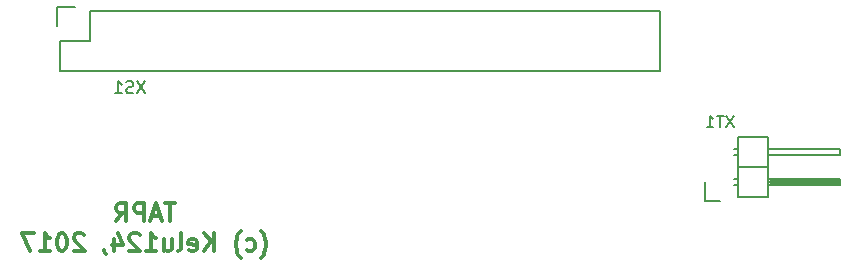
<source format=gbr>
G04 #@! TF.FileFunction,Legend,Bot*
%FSLAX46Y46*%
G04 Gerber Fmt 4.6, Leading zero omitted, Abs format (unit mm)*
G04 Created by KiCad (PCBNEW 4.0.6-e0-6349~53~ubuntu16.04.1) date Sat Mar 25 19:46:27 2017*
%MOMM*%
%LPD*%
G01*
G04 APERTURE LIST*
%ADD10C,0.100000*%
%ADD11C,0.300000*%
%ADD12C,0.150000*%
G04 APERTURE END LIST*
D10*
D11*
X116871428Y-117283571D02*
X116014285Y-117283571D01*
X116442856Y-118783571D02*
X116442856Y-117283571D01*
X115585714Y-118355000D02*
X114871428Y-118355000D01*
X115728571Y-118783571D02*
X115228571Y-117283571D01*
X114728571Y-118783571D01*
X114228571Y-118783571D02*
X114228571Y-117283571D01*
X113657143Y-117283571D01*
X113514285Y-117355000D01*
X113442857Y-117426429D01*
X113371428Y-117569286D01*
X113371428Y-117783571D01*
X113442857Y-117926429D01*
X113514285Y-117997857D01*
X113657143Y-118069286D01*
X114228571Y-118069286D01*
X111871428Y-118783571D02*
X112371428Y-118069286D01*
X112728571Y-118783571D02*
X112728571Y-117283571D01*
X112157143Y-117283571D01*
X112014285Y-117355000D01*
X111942857Y-117426429D01*
X111871428Y-117569286D01*
X111871428Y-117783571D01*
X111942857Y-117926429D01*
X112014285Y-117997857D01*
X112157143Y-118069286D01*
X112728571Y-118069286D01*
X124121427Y-121905000D02*
X124192855Y-121833571D01*
X124335712Y-121619286D01*
X124407141Y-121476429D01*
X124478570Y-121262143D01*
X124549998Y-120905000D01*
X124549998Y-120619286D01*
X124478570Y-120262143D01*
X124407141Y-120047857D01*
X124335712Y-119905000D01*
X124192855Y-119690714D01*
X124121427Y-119619286D01*
X122907141Y-121262143D02*
X123049998Y-121333571D01*
X123335712Y-121333571D01*
X123478570Y-121262143D01*
X123549998Y-121190714D01*
X123621427Y-121047857D01*
X123621427Y-120619286D01*
X123549998Y-120476429D01*
X123478570Y-120405000D01*
X123335712Y-120333571D01*
X123049998Y-120333571D01*
X122907141Y-120405000D01*
X122407141Y-121905000D02*
X122335713Y-121833571D01*
X122192856Y-121619286D01*
X122121427Y-121476429D01*
X122049998Y-121262143D01*
X121978570Y-120905000D01*
X121978570Y-120619286D01*
X122049998Y-120262143D01*
X122121427Y-120047857D01*
X122192856Y-119905000D01*
X122335713Y-119690714D01*
X122407141Y-119619286D01*
X120121427Y-121333571D02*
X120121427Y-119833571D01*
X119264284Y-121333571D02*
X119907141Y-120476429D01*
X119264284Y-119833571D02*
X120121427Y-120690714D01*
X118049999Y-121262143D02*
X118192856Y-121333571D01*
X118478570Y-121333571D01*
X118621427Y-121262143D01*
X118692856Y-121119286D01*
X118692856Y-120547857D01*
X118621427Y-120405000D01*
X118478570Y-120333571D01*
X118192856Y-120333571D01*
X118049999Y-120405000D01*
X117978570Y-120547857D01*
X117978570Y-120690714D01*
X118692856Y-120833571D01*
X117121427Y-121333571D02*
X117264285Y-121262143D01*
X117335713Y-121119286D01*
X117335713Y-119833571D01*
X115907142Y-120333571D02*
X115907142Y-121333571D01*
X116549999Y-120333571D02*
X116549999Y-121119286D01*
X116478571Y-121262143D01*
X116335713Y-121333571D01*
X116121428Y-121333571D01*
X115978571Y-121262143D01*
X115907142Y-121190714D01*
X114407142Y-121333571D02*
X115264285Y-121333571D01*
X114835713Y-121333571D02*
X114835713Y-119833571D01*
X114978570Y-120047857D01*
X115121428Y-120190714D01*
X115264285Y-120262143D01*
X113835714Y-119976429D02*
X113764285Y-119905000D01*
X113621428Y-119833571D01*
X113264285Y-119833571D01*
X113121428Y-119905000D01*
X113049999Y-119976429D01*
X112978571Y-120119286D01*
X112978571Y-120262143D01*
X113049999Y-120476429D01*
X113907142Y-121333571D01*
X112978571Y-121333571D01*
X111692857Y-120333571D02*
X111692857Y-121333571D01*
X112050000Y-119762143D02*
X112407143Y-120833571D01*
X111478571Y-120833571D01*
X110835715Y-121262143D02*
X110835715Y-121333571D01*
X110907143Y-121476429D01*
X110978572Y-121547857D01*
X109121429Y-119976429D02*
X109050000Y-119905000D01*
X108907143Y-119833571D01*
X108550000Y-119833571D01*
X108407143Y-119905000D01*
X108335714Y-119976429D01*
X108264286Y-120119286D01*
X108264286Y-120262143D01*
X108335714Y-120476429D01*
X109192857Y-121333571D01*
X108264286Y-121333571D01*
X107335715Y-119833571D02*
X107192858Y-119833571D01*
X107050001Y-119905000D01*
X106978572Y-119976429D01*
X106907143Y-120119286D01*
X106835715Y-120405000D01*
X106835715Y-120762143D01*
X106907143Y-121047857D01*
X106978572Y-121190714D01*
X107050001Y-121262143D01*
X107192858Y-121333571D01*
X107335715Y-121333571D01*
X107478572Y-121262143D01*
X107550001Y-121190714D01*
X107621429Y-121047857D01*
X107692858Y-120762143D01*
X107692858Y-120405000D01*
X107621429Y-120119286D01*
X107550001Y-119976429D01*
X107478572Y-119905000D01*
X107335715Y-119833571D01*
X105407144Y-121333571D02*
X106264287Y-121333571D01*
X105835715Y-121333571D02*
X105835715Y-119833571D01*
X105978572Y-120047857D01*
X106121430Y-120190714D01*
X106264287Y-120262143D01*
X104907144Y-119833571D02*
X103907144Y-119833571D01*
X104550001Y-121333571D01*
D12*
X157900000Y-106040000D02*
X107100000Y-106040000D01*
X109640000Y-100960000D02*
X157900000Y-100960000D01*
X157900000Y-106040000D02*
X157900000Y-100960000D01*
X107100000Y-106040000D02*
X107100000Y-103500000D01*
X106820000Y-102230000D02*
X106820000Y-100680000D01*
X107100000Y-103500000D02*
X109640000Y-103500000D01*
X109640000Y-103500000D02*
X109640000Y-100960000D01*
X106820000Y-100680000D02*
X108370000Y-100680000D01*
X161700000Y-117050000D02*
X161700000Y-115500000D01*
X163000000Y-117050000D02*
X161700000Y-117050000D01*
X167191000Y-115627000D02*
X173033000Y-115627000D01*
X173033000Y-115627000D02*
X173033000Y-115373000D01*
X173033000Y-115373000D02*
X167191000Y-115373000D01*
X167191000Y-115373000D02*
X167191000Y-115500000D01*
X167191000Y-115500000D02*
X173033000Y-115500000D01*
X164524000Y-115754000D02*
X164143000Y-115754000D01*
X164524000Y-115246000D02*
X164143000Y-115246000D01*
X164524000Y-113214000D02*
X164143000Y-113214000D01*
X164524000Y-112706000D02*
X164143000Y-112706000D01*
X164524000Y-116770000D02*
X167064000Y-116770000D01*
X164524000Y-114230000D02*
X167064000Y-114230000D01*
X164524000Y-114230000D02*
X164524000Y-111690000D01*
X164524000Y-111690000D02*
X167064000Y-111690000D01*
X167064000Y-113214000D02*
X173160000Y-113214000D01*
X173160000Y-113214000D02*
X173160000Y-112706000D01*
X173160000Y-112706000D02*
X167064000Y-112706000D01*
X167064000Y-111690000D02*
X167064000Y-114230000D01*
X167064000Y-114230000D02*
X167064000Y-116770000D01*
X173160000Y-115246000D02*
X167064000Y-115246000D01*
X173160000Y-115754000D02*
X173160000Y-115246000D01*
X167064000Y-115754000D02*
X173160000Y-115754000D01*
X164524000Y-114230000D02*
X167064000Y-114230000D01*
X164524000Y-116770000D02*
X164524000Y-114230000D01*
X114285714Y-106952381D02*
X113619047Y-107952381D01*
X113619047Y-106952381D02*
X114285714Y-107952381D01*
X113285714Y-107904762D02*
X113142857Y-107952381D01*
X112904761Y-107952381D01*
X112809523Y-107904762D01*
X112761904Y-107857143D01*
X112714285Y-107761905D01*
X112714285Y-107666667D01*
X112761904Y-107571429D01*
X112809523Y-107523810D01*
X112904761Y-107476190D01*
X113095238Y-107428571D01*
X113190476Y-107380952D01*
X113238095Y-107333333D01*
X113285714Y-107238095D01*
X113285714Y-107142857D01*
X113238095Y-107047619D01*
X113190476Y-107000000D01*
X113095238Y-106952381D01*
X112857142Y-106952381D01*
X112714285Y-107000000D01*
X111761904Y-107952381D02*
X112333333Y-107952381D01*
X112047619Y-107952381D02*
X112047619Y-106952381D01*
X112142857Y-107095238D01*
X112238095Y-107190476D01*
X112333333Y-107238095D01*
X164190476Y-109852381D02*
X163523809Y-110852381D01*
X163523809Y-109852381D02*
X164190476Y-110852381D01*
X163285714Y-109852381D02*
X162714285Y-109852381D01*
X163000000Y-110852381D02*
X163000000Y-109852381D01*
X161857142Y-110852381D02*
X162428571Y-110852381D01*
X162142857Y-110852381D02*
X162142857Y-109852381D01*
X162238095Y-109995238D01*
X162333333Y-110090476D01*
X162428571Y-110138095D01*
M02*

</source>
